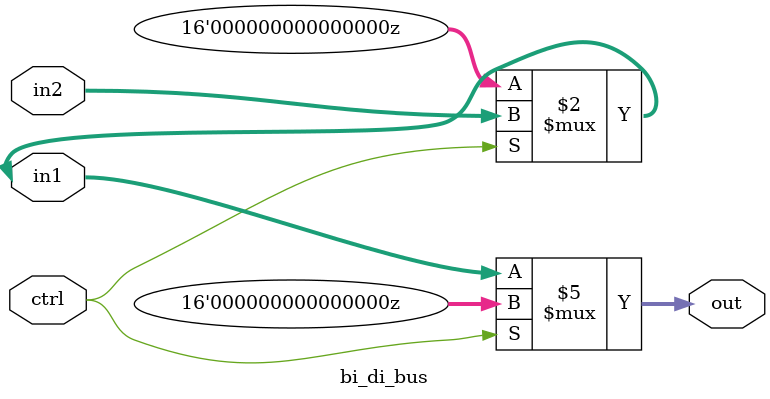
<source format=v>
module bi_di_bus(in1,in2,ctrl,out);
output [15:0] out;
input [15:0] in2;
inout [15:0] in1;
input ctrl;

bufif1 buffer1(in1,in2,ctrl);
bufif1 buffer2(out,in1,~ctrl);
endmodule

</source>
